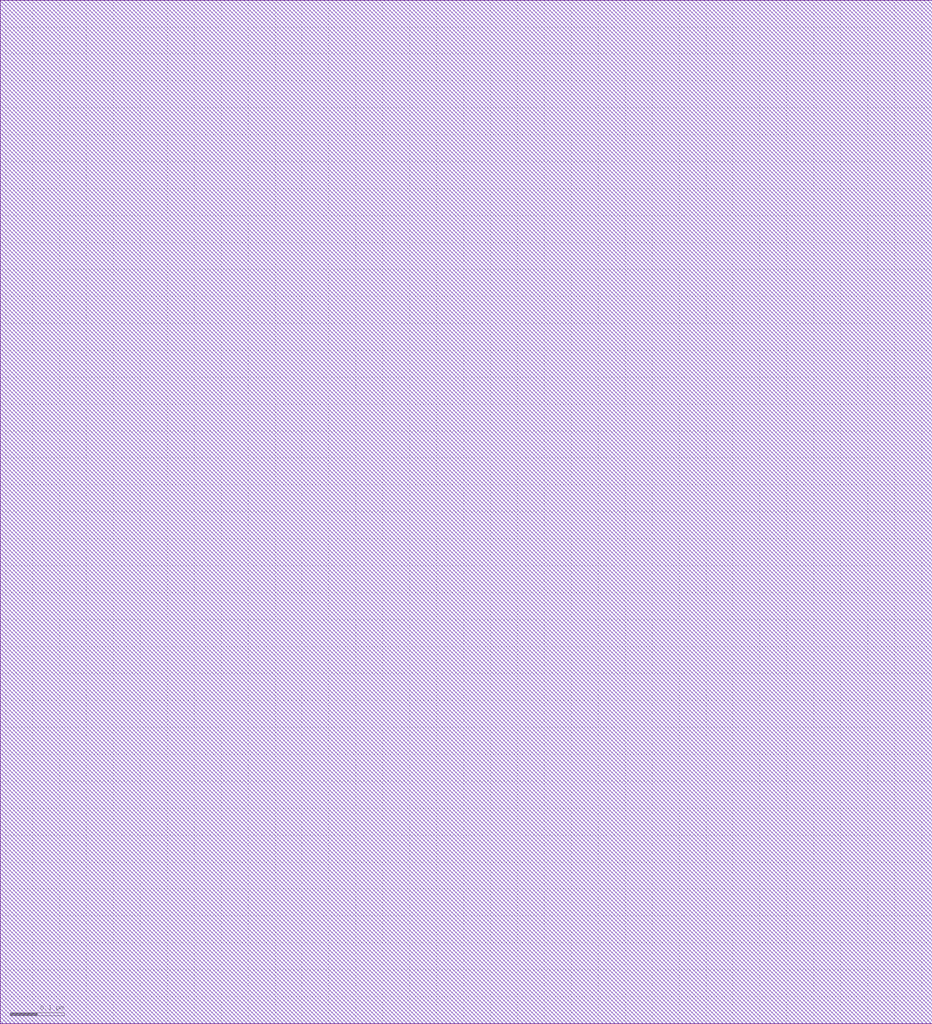
<source format=lef>
VERSION 5.7 ;
  NOWIREEXTENSIONATPIN ON ;
  DIVIDERCHAR "/" ;
  BUSBITCHARS "[]" ;
UNITS
  DATABASE MICRONS 200 ;
END UNITS

LAYER via2
  TYPE CUT ;
END via2

LAYER via
  TYPE CUT ;
END via

LAYER nwell
  TYPE MASTERSLICE ;
END nwell

LAYER via3
  TYPE CUT ;
END via3

LAYER pwell
  TYPE MASTERSLICE ;
END pwell

LAYER via4
  TYPE CUT ;
END via4

LAYER mcon
  TYPE CUT ;
END mcon

LAYER met6
  TYPE ROUTING ;
  WIDTH 0.030000 ;
  SPACING 0.040000 ;
  DIRECTION HORIZONTAL ;
END met6

LAYER met1
  TYPE ROUTING ;
  WIDTH 0.140000 ;
  SPACING 0.140000 ;
  DIRECTION HORIZONTAL ;
END met1

LAYER met3
  TYPE ROUTING ;
  WIDTH 0.300000 ;
  SPACING 0.300000 ;
  DIRECTION HORIZONTAL ;
END met3

LAYER met2
  TYPE ROUTING ;
  WIDTH 0.140000 ;
  SPACING 0.140000 ;
  DIRECTION HORIZONTAL ;
END met2

LAYER met4
  TYPE ROUTING ;
  WIDTH 0.300000 ;
  SPACING 0.300000 ;
  DIRECTION HORIZONTAL ;
END met4

LAYER met5
  TYPE ROUTING ;
  WIDTH 1.600000 ;
  SPACING 1.600000 ;
  DIRECTION HORIZONTAL ;
END met5

LAYER li1
  TYPE ROUTING ;
  WIDTH 0.170000 ;
  SPACING 0.170000 ;
  DIRECTION HORIZONTAL ;
END li1

MACRO sky130_hilas_tuncap01
  CLASS BLOCK ;
  FOREIGN sky130_hilas_tuncap01 ;
  ORIGIN 14.510 4.000 ;
  SIZE 1.730 BY 1.900 ;
  OBS
      LAYER nwell ;
        RECT -14.510 -4.000 -12.780 -2.100 ;
  END
END sky130_hilas_tuncap01
END LIBRARY


</source>
